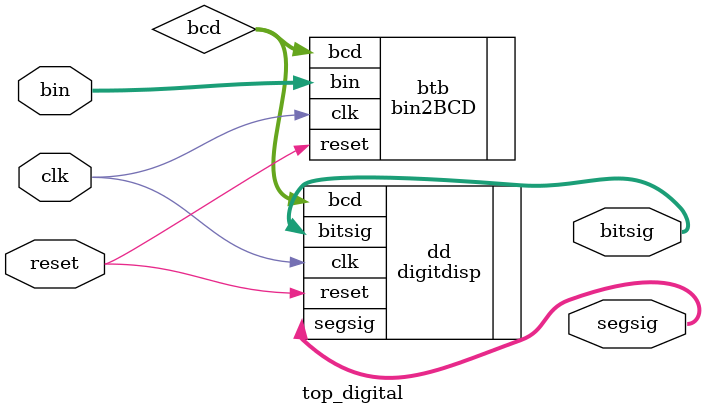
<source format=v>
module top_digital(clk,reset,bin,segsig,bitsig);

input clk;//50MÊ±ÖÓ
input reset;//È«¾Ö¸´Î»ÐÅºÅ
input [5:0] bin;
output [7:0] segsig;//ÊýÂë¹Ü¶ÎÑ¡
output [2:0] bitsig;//ÊýÂë¹ÜÎ»Ñ¡
reg [31:0] counter;//32Î»µÄ¼ÆÊýÆ÷
wire [11:0] bcd;

bin2BCD btb(
	.clk(clk),
	.reset(reset),
	.bin(bin),
	.bcd(bcd)
	);
digitdisp dd(
	.clk(clk),
	.reset(reset),
	.bcd(bcd),
	.segsig(segsig),
	.bitsig(bitsig)
	);
endmodule

</source>
